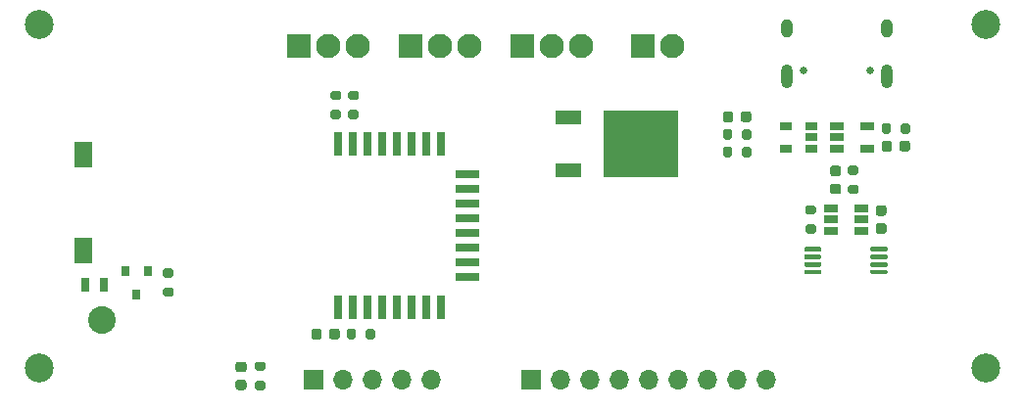
<source format=gts>
G04 #@! TF.GenerationSoftware,KiCad,Pcbnew,(5.1.12)-1*
G04 #@! TF.CreationDate,2022-06-29T22:30:10+05:00*
G04 #@! TF.ProjectId,YNXT-WM01,594e5854-2d57-44d3-9031-2e6b69636164,rev?*
G04 #@! TF.SameCoordinates,Original*
G04 #@! TF.FileFunction,Soldermask,Top*
G04 #@! TF.FilePolarity,Negative*
%FSLAX46Y46*%
G04 Gerber Fmt 4.6, Leading zero omitted, Abs format (unit mm)*
G04 Created by KiCad (PCBNEW (5.1.12)-1) date 2022-06-29 22:30:10*
%MOMM*%
%LPD*%
G01*
G04 APERTURE LIST*
%ADD10C,2.390000*%
%ADD11R,1.500000X2.200000*%
%ADD12R,1.700000X1.700000*%
%ADD13O,1.700000X1.700000*%
%ADD14R,2.200000X1.200000*%
%ADD15R,6.400000X5.800000*%
%ADD16C,2.100000*%
%ADD17R,2.100000X2.100000*%
%ADD18R,0.800000X0.900000*%
%ADD19R,1.220000X0.650000*%
%ADD20R,0.700000X2.000000*%
%ADD21R,2.000000X0.700000*%
%ADD22R,1.060000X0.650000*%
%ADD23R,0.800000X1.200000*%
%ADD24O,1.000000X1.600000*%
%ADD25C,0.650000*%
%ADD26O,1.000000X2.100000*%
%ADD27C,2.500000*%
G04 APERTURE END LIST*
D10*
X97288001Y-120455001D03*
D11*
X95631000Y-114414300D03*
X95631000Y-106133900D03*
D12*
X115570000Y-125603000D03*
D13*
X118110000Y-125603000D03*
X120650000Y-125603000D03*
X123190000Y-125603000D03*
X125730000Y-125603000D03*
D14*
X137532000Y-102939500D03*
X137532000Y-107499500D03*
D15*
X143832000Y-105219500D03*
D16*
X146558000Y-96774000D03*
D17*
X144018000Y-96774000D03*
G36*
G01*
X165537000Y-105160000D02*
X165537000Y-105660000D01*
G75*
G02*
X165312000Y-105885000I-225000J0D01*
G01*
X164862000Y-105885000D01*
G75*
G02*
X164637000Y-105660000I0J225000D01*
G01*
X164637000Y-105160000D01*
G75*
G02*
X164862000Y-104935000I225000J0D01*
G01*
X165312000Y-104935000D01*
G75*
G02*
X165537000Y-105160000I0J-225000D01*
G01*
G37*
G36*
G01*
X167087000Y-105160000D02*
X167087000Y-105660000D01*
G75*
G02*
X166862000Y-105885000I-225000J0D01*
G01*
X166412000Y-105885000D01*
G75*
G02*
X166187000Y-105660000I0J225000D01*
G01*
X166187000Y-105160000D01*
G75*
G02*
X166412000Y-104935000I225000J0D01*
G01*
X166862000Y-104935000D01*
G75*
G02*
X167087000Y-105160000I0J-225000D01*
G01*
G37*
G36*
G01*
X164842000Y-112985000D02*
X164342000Y-112985000D01*
G75*
G02*
X164117000Y-112760000I0J225000D01*
G01*
X164117000Y-112310000D01*
G75*
G02*
X164342000Y-112085000I225000J0D01*
G01*
X164842000Y-112085000D01*
G75*
G02*
X165067000Y-112310000I0J-225000D01*
G01*
X165067000Y-112760000D01*
G75*
G02*
X164842000Y-112985000I-225000J0D01*
G01*
G37*
G36*
G01*
X164842000Y-111435000D02*
X164342000Y-111435000D01*
G75*
G02*
X164117000Y-111210000I0J225000D01*
G01*
X164117000Y-110760000D01*
G75*
G02*
X164342000Y-110535000I225000J0D01*
G01*
X164842000Y-110535000D01*
G75*
G02*
X165067000Y-110760000I0J-225000D01*
G01*
X165067000Y-111210000D01*
G75*
G02*
X164842000Y-111435000I-225000J0D01*
G01*
G37*
G36*
G01*
X109533500Y-126510500D02*
X109033500Y-126510500D01*
G75*
G02*
X108808500Y-126285500I0J225000D01*
G01*
X108808500Y-125835500D01*
G75*
G02*
X109033500Y-125610500I225000J0D01*
G01*
X109533500Y-125610500D01*
G75*
G02*
X109758500Y-125835500I0J-225000D01*
G01*
X109758500Y-126285500D01*
G75*
G02*
X109533500Y-126510500I-225000J0D01*
G01*
G37*
G36*
G01*
X109533500Y-124960500D02*
X109033500Y-124960500D01*
G75*
G02*
X108808500Y-124735500I0J225000D01*
G01*
X108808500Y-124285500D01*
G75*
G02*
X109033500Y-124060500I225000J0D01*
G01*
X109533500Y-124060500D01*
G75*
G02*
X109758500Y-124285500I0J-225000D01*
G01*
X109758500Y-124735500D01*
G75*
G02*
X109533500Y-124960500I-225000J0D01*
G01*
G37*
G36*
G01*
X160405000Y-107106000D02*
X160905000Y-107106000D01*
G75*
G02*
X161130000Y-107331000I0J-225000D01*
G01*
X161130000Y-107781000D01*
G75*
G02*
X160905000Y-108006000I-225000J0D01*
G01*
X160405000Y-108006000D01*
G75*
G02*
X160180000Y-107781000I0J225000D01*
G01*
X160180000Y-107331000D01*
G75*
G02*
X160405000Y-107106000I225000J0D01*
G01*
G37*
G36*
G01*
X160405000Y-108656000D02*
X160905000Y-108656000D01*
G75*
G02*
X161130000Y-108881000I0J-225000D01*
G01*
X161130000Y-109331000D01*
G75*
G02*
X160905000Y-109556000I-225000J0D01*
G01*
X160405000Y-109556000D01*
G75*
G02*
X160180000Y-109331000I0J225000D01*
G01*
X160180000Y-108881000D01*
G75*
G02*
X160405000Y-108656000I225000J0D01*
G01*
G37*
G36*
G01*
X150921000Y-103120000D02*
X150921000Y-102620000D01*
G75*
G02*
X151146000Y-102395000I225000J0D01*
G01*
X151596000Y-102395000D01*
G75*
G02*
X151821000Y-102620000I0J-225000D01*
G01*
X151821000Y-103120000D01*
G75*
G02*
X151596000Y-103345000I-225000J0D01*
G01*
X151146000Y-103345000D01*
G75*
G02*
X150921000Y-103120000I0J225000D01*
G01*
G37*
G36*
G01*
X152471000Y-103120000D02*
X152471000Y-102620000D01*
G75*
G02*
X152696000Y-102395000I225000J0D01*
G01*
X153146000Y-102395000D01*
G75*
G02*
X153371000Y-102620000I0J-225000D01*
G01*
X153371000Y-103120000D01*
G75*
G02*
X153146000Y-103345000I-225000J0D01*
G01*
X152696000Y-103345000D01*
G75*
G02*
X152471000Y-103120000I0J225000D01*
G01*
G37*
G36*
G01*
X117811000Y-121416000D02*
X117811000Y-121916000D01*
G75*
G02*
X117586000Y-122141000I-225000J0D01*
G01*
X117136000Y-122141000D01*
G75*
G02*
X116911000Y-121916000I0J225000D01*
G01*
X116911000Y-121416000D01*
G75*
G02*
X117136000Y-121191000I225000J0D01*
G01*
X117586000Y-121191000D01*
G75*
G02*
X117811000Y-121416000I0J-225000D01*
G01*
G37*
G36*
G01*
X116261000Y-121416000D02*
X116261000Y-121916000D01*
G75*
G02*
X116036000Y-122141000I-225000J0D01*
G01*
X115586000Y-122141000D01*
G75*
G02*
X115361000Y-121916000I0J225000D01*
G01*
X115361000Y-121416000D01*
G75*
G02*
X115586000Y-121191000I225000J0D01*
G01*
X116036000Y-121191000D01*
G75*
G02*
X116261000Y-121416000I0J-225000D01*
G01*
G37*
X114300000Y-96774000D03*
D16*
X116840000Y-96774000D03*
X119380000Y-96774000D03*
X129032000Y-96774000D03*
X126492000Y-96774000D03*
D17*
X123952000Y-96774000D03*
X133604000Y-96774000D03*
D16*
X136144000Y-96774000D03*
X138684000Y-96774000D03*
D18*
X101216500Y-116221000D03*
X99316500Y-116221000D03*
X100266500Y-118221000D03*
G36*
G01*
X165437000Y-103611000D02*
X165437000Y-104161000D01*
G75*
G02*
X165237000Y-104361000I-200000J0D01*
G01*
X164837000Y-104361000D01*
G75*
G02*
X164637000Y-104161000I0J200000D01*
G01*
X164637000Y-103611000D01*
G75*
G02*
X164837000Y-103411000I200000J0D01*
G01*
X165237000Y-103411000D01*
G75*
G02*
X165437000Y-103611000I0J-200000D01*
G01*
G37*
G36*
G01*
X167087000Y-103611000D02*
X167087000Y-104161000D01*
G75*
G02*
X166887000Y-104361000I-200000J0D01*
G01*
X166487000Y-104361000D01*
G75*
G02*
X166287000Y-104161000I0J200000D01*
G01*
X166287000Y-103611000D01*
G75*
G02*
X166487000Y-103411000I200000J0D01*
G01*
X166887000Y-103411000D01*
G75*
G02*
X167087000Y-103611000I0J-200000D01*
G01*
G37*
G36*
G01*
X158221000Y-110535000D02*
X158771000Y-110535000D01*
G75*
G02*
X158971000Y-110735000I0J-200000D01*
G01*
X158971000Y-111135000D01*
G75*
G02*
X158771000Y-111335000I-200000J0D01*
G01*
X158221000Y-111335000D01*
G75*
G02*
X158021000Y-111135000I0J200000D01*
G01*
X158021000Y-110735000D01*
G75*
G02*
X158221000Y-110535000I200000J0D01*
G01*
G37*
G36*
G01*
X158221000Y-112185000D02*
X158771000Y-112185000D01*
G75*
G02*
X158971000Y-112385000I0J-200000D01*
G01*
X158971000Y-112785000D01*
G75*
G02*
X158771000Y-112985000I-200000J0D01*
G01*
X158221000Y-112985000D01*
G75*
G02*
X158021000Y-112785000I0J200000D01*
G01*
X158021000Y-112385000D01*
G75*
G02*
X158221000Y-112185000I200000J0D01*
G01*
G37*
G36*
G01*
X162454000Y-109556000D02*
X161904000Y-109556000D01*
G75*
G02*
X161704000Y-109356000I0J200000D01*
G01*
X161704000Y-108956000D01*
G75*
G02*
X161904000Y-108756000I200000J0D01*
G01*
X162454000Y-108756000D01*
G75*
G02*
X162654000Y-108956000I0J-200000D01*
G01*
X162654000Y-109356000D01*
G75*
G02*
X162454000Y-109556000I-200000J0D01*
G01*
G37*
G36*
G01*
X162454000Y-107906000D02*
X161904000Y-107906000D01*
G75*
G02*
X161704000Y-107706000I0J200000D01*
G01*
X161704000Y-107306000D01*
G75*
G02*
X161904000Y-107106000I200000J0D01*
G01*
X162454000Y-107106000D01*
G75*
G02*
X162654000Y-107306000I0J-200000D01*
G01*
X162654000Y-107706000D01*
G75*
G02*
X162454000Y-107906000I-200000J0D01*
G01*
G37*
G36*
G01*
X110659500Y-124060500D02*
X111209500Y-124060500D01*
G75*
G02*
X111409500Y-124260500I0J-200000D01*
G01*
X111409500Y-124660500D01*
G75*
G02*
X111209500Y-124860500I-200000J0D01*
G01*
X110659500Y-124860500D01*
G75*
G02*
X110459500Y-124660500I0J200000D01*
G01*
X110459500Y-124260500D01*
G75*
G02*
X110659500Y-124060500I200000J0D01*
G01*
G37*
G36*
G01*
X110659500Y-125710500D02*
X111209500Y-125710500D01*
G75*
G02*
X111409500Y-125910500I0J-200000D01*
G01*
X111409500Y-126310500D01*
G75*
G02*
X111209500Y-126510500I-200000J0D01*
G01*
X110659500Y-126510500D01*
G75*
G02*
X110459500Y-126310500I0J200000D01*
G01*
X110459500Y-125910500D01*
G75*
G02*
X110659500Y-125710500I200000J0D01*
G01*
G37*
G36*
G01*
X119274000Y-103079000D02*
X118724000Y-103079000D01*
G75*
G02*
X118524000Y-102879000I0J200000D01*
G01*
X118524000Y-102479000D01*
G75*
G02*
X118724000Y-102279000I200000J0D01*
G01*
X119274000Y-102279000D01*
G75*
G02*
X119474000Y-102479000I0J-200000D01*
G01*
X119474000Y-102879000D01*
G75*
G02*
X119274000Y-103079000I-200000J0D01*
G01*
G37*
G36*
G01*
X119274000Y-101429000D02*
X118724000Y-101429000D01*
G75*
G02*
X118524000Y-101229000I0J200000D01*
G01*
X118524000Y-100829000D01*
G75*
G02*
X118724000Y-100629000I200000J0D01*
G01*
X119274000Y-100629000D01*
G75*
G02*
X119474000Y-100829000I0J-200000D01*
G01*
X119474000Y-101229000D01*
G75*
G02*
X119274000Y-101429000I-200000J0D01*
G01*
G37*
G36*
G01*
X117200000Y-100629000D02*
X117750000Y-100629000D01*
G75*
G02*
X117950000Y-100829000I0J-200000D01*
G01*
X117950000Y-101229000D01*
G75*
G02*
X117750000Y-101429000I-200000J0D01*
G01*
X117200000Y-101429000D01*
G75*
G02*
X117000000Y-101229000I0J200000D01*
G01*
X117000000Y-100829000D01*
G75*
G02*
X117200000Y-100629000I200000J0D01*
G01*
G37*
G36*
G01*
X117200000Y-102279000D02*
X117750000Y-102279000D01*
G75*
G02*
X117950000Y-102479000I0J-200000D01*
G01*
X117950000Y-102879000D01*
G75*
G02*
X117750000Y-103079000I-200000J0D01*
G01*
X117200000Y-103079000D01*
G75*
G02*
X117000000Y-102879000I0J200000D01*
G01*
X117000000Y-102479000D01*
G75*
G02*
X117200000Y-102279000I200000J0D01*
G01*
G37*
G36*
G01*
X120859000Y-121391000D02*
X120859000Y-121941000D01*
G75*
G02*
X120659000Y-122141000I-200000J0D01*
G01*
X120259000Y-122141000D01*
G75*
G02*
X120059000Y-121941000I0J200000D01*
G01*
X120059000Y-121391000D01*
G75*
G02*
X120259000Y-121191000I200000J0D01*
G01*
X120659000Y-121191000D01*
G75*
G02*
X120859000Y-121391000I0J-200000D01*
G01*
G37*
G36*
G01*
X119209000Y-121391000D02*
X119209000Y-121941000D01*
G75*
G02*
X119009000Y-122141000I-200000J0D01*
G01*
X118609000Y-122141000D01*
G75*
G02*
X118409000Y-121941000I0J200000D01*
G01*
X118409000Y-121391000D01*
G75*
G02*
X118609000Y-121191000I200000J0D01*
G01*
X119009000Y-121191000D01*
G75*
G02*
X119209000Y-121391000I0J-200000D01*
G01*
G37*
G36*
G01*
X150921000Y-106193000D02*
X150921000Y-105643000D01*
G75*
G02*
X151121000Y-105443000I200000J0D01*
G01*
X151521000Y-105443000D01*
G75*
G02*
X151721000Y-105643000I0J-200000D01*
G01*
X151721000Y-106193000D01*
G75*
G02*
X151521000Y-106393000I-200000J0D01*
G01*
X151121000Y-106393000D01*
G75*
G02*
X150921000Y-106193000I0J200000D01*
G01*
G37*
G36*
G01*
X152571000Y-106193000D02*
X152571000Y-105643000D01*
G75*
G02*
X152771000Y-105443000I200000J0D01*
G01*
X153171000Y-105443000D01*
G75*
G02*
X153371000Y-105643000I0J-200000D01*
G01*
X153371000Y-106193000D01*
G75*
G02*
X153171000Y-106393000I-200000J0D01*
G01*
X152771000Y-106393000D01*
G75*
G02*
X152571000Y-106193000I0J200000D01*
G01*
G37*
G36*
G01*
X151721000Y-104119000D02*
X151721000Y-104669000D01*
G75*
G02*
X151521000Y-104869000I-200000J0D01*
G01*
X151121000Y-104869000D01*
G75*
G02*
X150921000Y-104669000I0J200000D01*
G01*
X150921000Y-104119000D01*
G75*
G02*
X151121000Y-103919000I200000J0D01*
G01*
X151521000Y-103919000D01*
G75*
G02*
X151721000Y-104119000I0J-200000D01*
G01*
G37*
G36*
G01*
X153371000Y-104119000D02*
X153371000Y-104669000D01*
G75*
G02*
X153171000Y-104869000I-200000J0D01*
G01*
X152771000Y-104869000D01*
G75*
G02*
X152571000Y-104669000I0J200000D01*
G01*
X152571000Y-104119000D01*
G75*
G02*
X152771000Y-103919000I200000J0D01*
G01*
X153171000Y-103919000D01*
G75*
G02*
X153371000Y-104119000I0J-200000D01*
G01*
G37*
G36*
G01*
X102722000Y-115996000D02*
X103272000Y-115996000D01*
G75*
G02*
X103472000Y-116196000I0J-200000D01*
G01*
X103472000Y-116596000D01*
G75*
G02*
X103272000Y-116796000I-200000J0D01*
G01*
X102722000Y-116796000D01*
G75*
G02*
X102522000Y-116596000I0J200000D01*
G01*
X102522000Y-116196000D01*
G75*
G02*
X102722000Y-115996000I200000J0D01*
G01*
G37*
G36*
G01*
X102722000Y-117646000D02*
X103272000Y-117646000D01*
G75*
G02*
X103472000Y-117846000I0J-200000D01*
G01*
X103472000Y-118246000D01*
G75*
G02*
X103272000Y-118446000I-200000J0D01*
G01*
X102722000Y-118446000D01*
G75*
G02*
X102522000Y-118246000I0J200000D01*
G01*
X102522000Y-117846000D01*
G75*
G02*
X102722000Y-117646000I200000J0D01*
G01*
G37*
D19*
X163362000Y-103698000D03*
X163362000Y-105598000D03*
X160742000Y-105598000D03*
X160742000Y-104648000D03*
X160742000Y-103698000D03*
D20*
X126588000Y-119318000D03*
X125318000Y-119318000D03*
X124048000Y-119318000D03*
X122778000Y-119318000D03*
X121508000Y-119318000D03*
X120238000Y-119318000D03*
X118968000Y-119318000D03*
X117698000Y-119318000D03*
D21*
X128848000Y-107838000D03*
X128848000Y-109108000D03*
X128848000Y-110378000D03*
X128848000Y-111648000D03*
X128848000Y-112918000D03*
X128848000Y-114188000D03*
X128848000Y-115458000D03*
X128848000Y-116728000D03*
D20*
X117698000Y-105218000D03*
X118968000Y-105218000D03*
X120238000Y-105218000D03*
X121508000Y-105218000D03*
X122778000Y-105218000D03*
X124048000Y-105218000D03*
X125318000Y-105218000D03*
X126588000Y-105218000D03*
D22*
X158580000Y-105598000D03*
X158580000Y-104648000D03*
X158580000Y-103698000D03*
X156380000Y-103698000D03*
X156380000Y-105598000D03*
G36*
G01*
X165144000Y-116191000D02*
X165144000Y-116391000D01*
G75*
G02*
X165044000Y-116491000I-100000J0D01*
G01*
X163769000Y-116491000D01*
G75*
G02*
X163669000Y-116391000I0J100000D01*
G01*
X163669000Y-116191000D01*
G75*
G02*
X163769000Y-116091000I100000J0D01*
G01*
X165044000Y-116091000D01*
G75*
G02*
X165144000Y-116191000I0J-100000D01*
G01*
G37*
G36*
G01*
X165144000Y-115541000D02*
X165144000Y-115741000D01*
G75*
G02*
X165044000Y-115841000I-100000J0D01*
G01*
X163769000Y-115841000D01*
G75*
G02*
X163669000Y-115741000I0J100000D01*
G01*
X163669000Y-115541000D01*
G75*
G02*
X163769000Y-115441000I100000J0D01*
G01*
X165044000Y-115441000D01*
G75*
G02*
X165144000Y-115541000I0J-100000D01*
G01*
G37*
G36*
G01*
X165144000Y-114891000D02*
X165144000Y-115091000D01*
G75*
G02*
X165044000Y-115191000I-100000J0D01*
G01*
X163769000Y-115191000D01*
G75*
G02*
X163669000Y-115091000I0J100000D01*
G01*
X163669000Y-114891000D01*
G75*
G02*
X163769000Y-114791000I100000J0D01*
G01*
X165044000Y-114791000D01*
G75*
G02*
X165144000Y-114891000I0J-100000D01*
G01*
G37*
G36*
G01*
X165144000Y-114241000D02*
X165144000Y-114441000D01*
G75*
G02*
X165044000Y-114541000I-100000J0D01*
G01*
X163769000Y-114541000D01*
G75*
G02*
X163669000Y-114441000I0J100000D01*
G01*
X163669000Y-114241000D01*
G75*
G02*
X163769000Y-114141000I100000J0D01*
G01*
X165044000Y-114141000D01*
G75*
G02*
X165144000Y-114241000I0J-100000D01*
G01*
G37*
G36*
G01*
X159419000Y-114241000D02*
X159419000Y-114441000D01*
G75*
G02*
X159319000Y-114541000I-100000J0D01*
G01*
X158044000Y-114541000D01*
G75*
G02*
X157944000Y-114441000I0J100000D01*
G01*
X157944000Y-114241000D01*
G75*
G02*
X158044000Y-114141000I100000J0D01*
G01*
X159319000Y-114141000D01*
G75*
G02*
X159419000Y-114241000I0J-100000D01*
G01*
G37*
G36*
G01*
X159419000Y-114891000D02*
X159419000Y-115091000D01*
G75*
G02*
X159319000Y-115191000I-100000J0D01*
G01*
X158044000Y-115191000D01*
G75*
G02*
X157944000Y-115091000I0J100000D01*
G01*
X157944000Y-114891000D01*
G75*
G02*
X158044000Y-114791000I100000J0D01*
G01*
X159319000Y-114791000D01*
G75*
G02*
X159419000Y-114891000I0J-100000D01*
G01*
G37*
G36*
G01*
X159419000Y-115541000D02*
X159419000Y-115741000D01*
G75*
G02*
X159319000Y-115841000I-100000J0D01*
G01*
X158044000Y-115841000D01*
G75*
G02*
X157944000Y-115741000I0J100000D01*
G01*
X157944000Y-115541000D01*
G75*
G02*
X158044000Y-115441000I100000J0D01*
G01*
X159319000Y-115441000D01*
G75*
G02*
X159419000Y-115541000I0J-100000D01*
G01*
G37*
G36*
G01*
X159419000Y-116191000D02*
X159419000Y-116391000D01*
G75*
G02*
X159319000Y-116491000I-100000J0D01*
G01*
X158044000Y-116491000D01*
G75*
G02*
X157944000Y-116391000I0J100000D01*
G01*
X157944000Y-116191000D01*
G75*
G02*
X158044000Y-116091000I100000J0D01*
G01*
X159319000Y-116091000D01*
G75*
G02*
X159419000Y-116191000I0J-100000D01*
G01*
G37*
D19*
X160234000Y-110810000D03*
X160234000Y-111760000D03*
X160234000Y-112710000D03*
X162854000Y-112710000D03*
X162854000Y-111760000D03*
X162854000Y-110810000D03*
D23*
X95847000Y-117411500D03*
X97447000Y-117411500D03*
D24*
X165102000Y-95216000D03*
D25*
X163672000Y-98866000D03*
D24*
X156462000Y-95216000D03*
D25*
X157892000Y-98866000D03*
D26*
X156462000Y-99396000D03*
X165102000Y-99396000D03*
D27*
X173609000Y-94869000D03*
X173609000Y-124587000D03*
X91821000Y-124587000D03*
X91821000Y-94869000D03*
D12*
X134366000Y-125603000D03*
D13*
X136906000Y-125603000D03*
X139446000Y-125603000D03*
X141986000Y-125603000D03*
X144526000Y-125603000D03*
X147066000Y-125603000D03*
X149606000Y-125603000D03*
X152146000Y-125603000D03*
X154686000Y-125603000D03*
M02*

</source>
